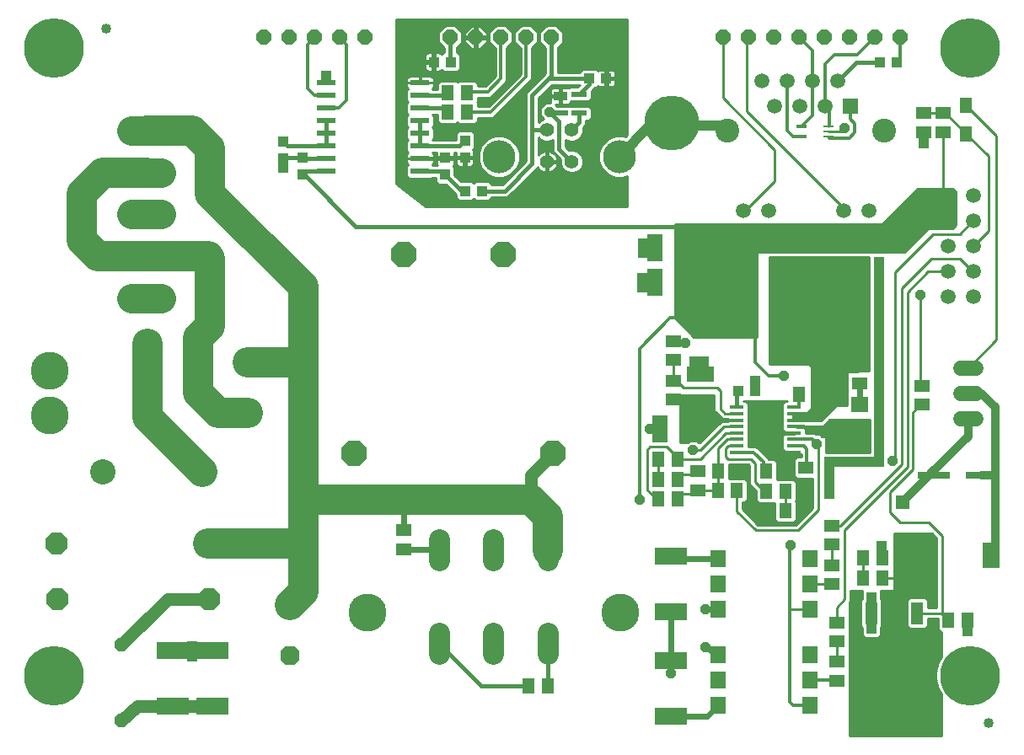
<source format=gtl>
G75*
G70*
%OFA0B0*%
%FSLAX24Y24*%
%IPPOS*%
%LPD*%
%AMOC8*
5,1,8,0,0,1.08239X$1,22.5*
%
%ADD10R,0.0512X0.0591*%
%ADD11R,0.0591X0.0512*%
%ADD12R,0.0433X0.0394*%
%ADD13R,0.0551X0.0551*%
%ADD14R,0.0560X0.0140*%
%ADD15R,0.1180X0.1180*%
%ADD16R,0.1063X0.0630*%
%ADD17R,0.1969X0.2165*%
%ADD18R,0.0630X0.1063*%
%ADD19OC8,0.0885*%
%ADD20R,0.0710X0.0630*%
%ADD21C,0.0825*%
%ADD22R,0.1260X0.0709*%
%ADD23OC8,0.0560*%
%ADD24OC8,0.0760*%
%ADD25C,0.1502*%
%ADD26R,0.0598X0.0701*%
%ADD27C,0.1000*%
%ADD28R,0.0709X0.0984*%
%ADD29C,0.0594*%
%ADD30C,0.0594*%
%ADD31R,0.0480X0.0880*%
%ADD32R,0.1417X0.0866*%
%ADD33C,0.0560*%
%ADD34C,0.1306*%
%ADD35OC8,0.0594*%
%ADD36R,0.0594X0.0594*%
%ADD37C,0.0945*%
%ADD38R,0.0394X0.0433*%
%ADD39R,0.1280X0.0300*%
%ADD40R,0.0440X0.0100*%
%ADD41R,0.0440X0.0120*%
%ADD42R,0.0520X0.0370*%
%ADD43R,0.0620X0.0220*%
%ADD44OC8,0.0600*%
%ADD45R,0.0780X0.0220*%
%ADD46R,0.0472X0.0591*%
%ADD47C,0.0400*%
%ADD48OC8,0.1000*%
%ADD49C,0.1181*%
%ADD50R,0.0396X0.0396*%
%ADD51C,0.0120*%
%ADD52OC8,0.0396*%
%ADD53C,0.0100*%
%ADD54C,0.0160*%
%ADD55C,0.0400*%
%ADD56C,0.0140*%
%ADD57C,0.0320*%
%ADD58C,0.2362*%
%ADD59C,0.1200*%
%ADD60C,0.1500*%
%ADD61C,0.2165*%
%ADD62C,0.0240*%
%ADD63C,0.0500*%
D10*
X052794Y007200D03*
X053542Y007200D03*
X066019Y011475D03*
X066767Y011475D03*
X066767Y012250D03*
X066019Y012250D03*
X062942Y014125D03*
X062194Y014125D03*
X062194Y014900D03*
X062942Y014900D03*
X062942Y015700D03*
X062194Y015700D03*
X061017Y015700D03*
X060269Y015700D03*
X060269Y014925D03*
X061017Y014925D03*
X058667Y014600D03*
X057919Y014600D03*
X057919Y015375D03*
X058667Y015375D03*
X058667Y016150D03*
X057919Y016150D03*
X063469Y018725D03*
X064217Y018725D03*
X069394Y009800D03*
X070142Y009800D03*
X050342Y029900D03*
X049594Y029900D03*
X049594Y030675D03*
X050342Y030675D03*
D11*
X068418Y029849D03*
X069193Y029849D03*
X069193Y029101D03*
X068418Y029101D03*
X058518Y020824D03*
X058518Y020076D03*
X058518Y019274D03*
X058518Y018526D03*
X063743Y015824D03*
X063743Y015076D03*
X064768Y013524D03*
X064768Y012776D03*
X064768Y011974D03*
X064768Y011226D03*
X064968Y009699D03*
X064968Y008951D03*
X064968Y008149D03*
X064968Y007401D03*
X047843Y012601D03*
X047843Y013349D03*
X059468Y014936D03*
X059468Y015684D03*
X068343Y018326D03*
X068343Y019074D03*
X065893Y019151D03*
X065893Y019899D03*
D12*
X061753Y018875D03*
X061084Y018875D03*
X055853Y031225D03*
X055184Y031225D03*
D13*
X065018Y018773D03*
X065018Y017277D03*
X067568Y014448D03*
X067568Y012952D03*
D14*
X063263Y016425D03*
X063263Y016685D03*
X063263Y016945D03*
X063263Y017195D03*
X063263Y017455D03*
X063263Y017705D03*
X063263Y017965D03*
X063263Y018225D03*
X061023Y018225D03*
X061023Y017965D03*
X061023Y017705D03*
X061023Y017455D03*
X061023Y017195D03*
X061023Y016945D03*
X061023Y016685D03*
X061023Y016425D03*
D15*
X062143Y017325D03*
D16*
X059593Y018424D03*
X059593Y019526D03*
D17*
X060895Y022050D03*
X064241Y022050D03*
D18*
X058894Y023150D03*
X057792Y023150D03*
X057792Y024525D03*
X058894Y024525D03*
X059094Y017375D03*
X057992Y017375D03*
D19*
X040128Y012820D03*
X040153Y010640D03*
X034153Y010640D03*
X034128Y012820D03*
D20*
X065893Y017215D03*
X065893Y018335D03*
D21*
X053543Y012988D02*
X053543Y012163D01*
X051393Y012163D02*
X051393Y012988D01*
X049243Y012988D02*
X049243Y012163D01*
X049243Y009288D02*
X049243Y008463D01*
X051393Y008463D02*
X051393Y009288D01*
X053543Y009288D02*
X053543Y008463D01*
D22*
X058418Y008202D03*
X058418Y010123D03*
X058418Y012327D03*
X058418Y005998D03*
X040268Y006398D03*
X038718Y006398D03*
X038718Y008602D03*
X040268Y008602D03*
D23*
X036693Y008825D03*
X036693Y005825D03*
D24*
X043343Y008400D03*
X043343Y010400D03*
D25*
X046418Y010100D03*
X056418Y010100D03*
D26*
X060264Y010225D03*
X060264Y011225D03*
X060264Y012225D03*
X063922Y012225D03*
X063922Y011225D03*
X063922Y010225D03*
X063922Y008425D03*
X063922Y007425D03*
X063922Y006425D03*
X060264Y006425D03*
X060264Y007425D03*
X060264Y008425D03*
D27*
X039893Y015665D03*
X035956Y015665D03*
X041662Y018001D03*
X037725Y018749D03*
X041662Y019976D03*
X037725Y020724D03*
D28*
X068360Y012350D03*
X071076Y012350D03*
D29*
X070465Y017775D02*
X069871Y017775D01*
X069871Y018775D02*
X070465Y018775D01*
X070465Y019775D02*
X069871Y019775D01*
D30*
X070362Y022588D03*
X069362Y022588D03*
X069362Y023588D03*
X070362Y023588D03*
X070362Y024588D03*
X069362Y024588D03*
X069362Y025588D03*
X070362Y025588D03*
X070362Y026588D03*
X069362Y026588D03*
X066249Y026006D03*
X065249Y026006D03*
X062268Y026006D03*
X061268Y026006D03*
X062509Y030124D03*
X063509Y030124D03*
X064509Y030124D03*
X065009Y031124D03*
X064009Y031124D03*
X063009Y031124D03*
X062009Y031124D03*
D31*
X066333Y010070D03*
X067243Y010070D03*
X068153Y010070D03*
D32*
X067243Y007630D03*
D33*
X054487Y027930D03*
X053502Y027930D03*
X053502Y029190D03*
X054487Y029190D03*
D34*
X056365Y028127D03*
X051624Y028127D03*
D35*
X051693Y032850D03*
X050693Y032850D03*
X049693Y032850D03*
X052693Y032850D03*
X053693Y032850D03*
X060468Y032850D03*
X061468Y032850D03*
X062468Y032850D03*
X063468Y032850D03*
X064468Y032850D03*
X065468Y032850D03*
X066468Y032850D03*
X067468Y032850D03*
X046318Y032850D03*
X045318Y032850D03*
X044318Y032850D03*
X043318Y032850D03*
X042318Y032850D03*
D36*
X065509Y030124D03*
D37*
X066859Y029156D03*
X060658Y029156D03*
D38*
X066684Y031850D03*
X067353Y031850D03*
X050953Y026775D03*
X050284Y026775D03*
X049493Y027415D03*
X049493Y028085D03*
X050268Y028090D03*
X050268Y028760D03*
X043843Y028085D03*
X043843Y027415D03*
X043068Y028065D03*
X043068Y028735D03*
X049034Y031875D03*
X049703Y031875D03*
D39*
X068818Y015525D03*
X070718Y015525D03*
D40*
X064658Y028925D03*
X064658Y029125D03*
X064658Y029325D03*
D41*
X063578Y029325D03*
X063578Y028925D03*
D42*
X054043Y030525D03*
D43*
X054043Y029845D03*
X054793Y029845D03*
X054793Y030605D03*
D44*
X040193Y028100D03*
X040193Y024100D03*
D45*
X044793Y027550D03*
X044793Y028050D03*
X044793Y028550D03*
X044793Y029050D03*
X044793Y029550D03*
X044793Y030050D03*
X044793Y030550D03*
X044793Y031050D03*
X048493Y031050D03*
X048493Y030550D03*
X048493Y030050D03*
X048493Y029550D03*
X048493Y029050D03*
X048493Y028550D03*
X048493Y028050D03*
X048493Y027550D03*
D46*
X070093Y029029D03*
X070093Y030171D03*
D47*
X036093Y033200D03*
X070968Y005725D03*
D48*
X053755Y016388D03*
X045881Y016388D03*
X047850Y024262D03*
X051787Y024262D03*
D49*
X038259Y024189D02*
X037078Y024189D01*
X037078Y022536D02*
X038259Y022536D01*
X038259Y025843D02*
X037078Y025843D01*
X037078Y027496D02*
X038259Y027496D01*
X038259Y029150D02*
X037078Y029150D01*
D50*
X043068Y027700D03*
X044768Y031325D03*
X057318Y024700D03*
X057318Y024325D03*
X057293Y023325D03*
X057293Y022950D03*
X059343Y020025D03*
X059718Y020025D03*
X061743Y019250D03*
X061673Y017925D03*
X062143Y017925D03*
X062613Y017925D03*
X062613Y017400D03*
X062138Y017400D03*
X061663Y017400D03*
X061668Y016875D03*
X062138Y016875D03*
X062613Y016875D03*
X064693Y016050D03*
X066643Y016050D03*
X064693Y014800D03*
X066743Y012725D03*
X066343Y010700D03*
X066343Y009475D03*
X070143Y009350D03*
X066643Y018900D03*
X065668Y020500D03*
X065668Y021100D03*
X065668Y021700D03*
X065668Y022300D03*
X066643Y021700D03*
X065668Y022900D03*
X065668Y023450D03*
X065668Y024000D03*
X066643Y023950D03*
X068418Y028675D03*
X039493Y008750D03*
X039493Y008375D03*
D51*
X039493Y008750D01*
X039346Y008602D01*
X039071Y008602D01*
X039493Y008375D02*
X040041Y008375D01*
X040268Y008602D01*
X057168Y014550D02*
X057168Y020525D01*
X058393Y021750D01*
X058618Y021750D01*
X058643Y022050D02*
X058718Y022050D01*
X060318Y022825D02*
X060868Y022275D01*
X060893Y022300D01*
X060895Y022050D01*
X060893Y022225D02*
X061743Y021375D01*
X061743Y020000D01*
X062293Y019450D01*
X062893Y019450D01*
X061743Y019250D02*
X061753Y018875D01*
X063263Y017705D02*
X063823Y017705D01*
X063683Y016685D02*
X063263Y016685D01*
X063683Y016685D02*
X063793Y016575D01*
X063793Y015849D01*
X063743Y015824D01*
X062093Y015700D02*
X062068Y015725D01*
X062068Y016050D01*
X061693Y016425D01*
X061023Y016425D01*
X063143Y012775D02*
X063118Y012750D01*
X063118Y010225D01*
X063118Y006550D01*
X063243Y006425D01*
X063922Y006425D01*
X063922Y007425D02*
X064944Y007425D01*
X064968Y007401D01*
X060893Y022250D02*
X060868Y022275D01*
X060318Y022825D02*
X060318Y023025D01*
X060293Y023000D01*
X057792Y023150D02*
X057617Y022950D01*
X057293Y022950D01*
X057318Y024325D02*
X057592Y024325D01*
X057792Y024525D01*
X063009Y029160D02*
X063243Y028925D01*
X063578Y028925D01*
X063578Y029325D02*
X064009Y029755D01*
X064009Y031124D01*
X064009Y032310D01*
X063468Y032850D01*
X064509Y031790D02*
X064893Y032175D01*
X065793Y032175D01*
X066468Y032850D01*
X067468Y032850D02*
X067468Y031965D01*
X067353Y031850D01*
X064509Y031790D02*
X064509Y030124D01*
X064668Y029964D01*
X064668Y029375D01*
X064693Y028875D02*
X065468Y028875D01*
X065693Y029100D01*
X065693Y029425D01*
X065509Y029610D01*
X065509Y030124D01*
X063009Y029160D02*
X063009Y031124D01*
X052693Y031300D02*
X052693Y032850D01*
X051693Y032850D02*
X051693Y031225D01*
X051168Y030700D01*
X050367Y030700D01*
X050342Y030675D01*
X050342Y029900D02*
X051293Y029900D01*
X052693Y031300D01*
X045593Y030375D02*
X045593Y032575D01*
X045318Y032850D01*
X044318Y032850D02*
X044043Y032575D01*
X044043Y030825D01*
X044318Y030550D01*
X044793Y030550D01*
X044793Y030050D02*
X045268Y030050D01*
X045593Y030375D01*
D52*
X053623Y029895D03*
X054487Y027931D03*
X065293Y029250D03*
X068268Y022650D03*
X062893Y019450D03*
X058968Y020775D03*
X057568Y017375D03*
X059293Y016525D03*
X057168Y014550D03*
X063143Y012775D03*
X059793Y010225D03*
X059793Y008725D03*
X058418Y007700D03*
X067168Y016100D03*
X064168Y016775D03*
D53*
X064143Y016775D02*
X064243Y016675D01*
X064243Y014150D01*
X063443Y013350D01*
X061768Y013350D01*
X061018Y014100D01*
X061018Y014875D01*
X060993Y014900D01*
X061017Y014900D01*
X061017Y014925D01*
X061443Y014897D02*
X061768Y014897D01*
X061768Y014914D02*
X061768Y014534D01*
X061868Y014435D01*
X062516Y014435D01*
X062516Y013759D01*
X062616Y013660D01*
X063269Y013660D01*
X063368Y013759D01*
X063368Y014491D01*
X063346Y014513D01*
X063368Y014534D01*
X063368Y015266D01*
X063269Y015365D01*
X062620Y015365D01*
X062620Y016066D01*
X062520Y016165D01*
X062278Y016165D01*
X062163Y016280D01*
X061788Y016655D01*
X061473Y016655D01*
X061473Y018365D01*
X061374Y018465D01*
X061268Y018465D01*
X061268Y018475D01*
X063018Y018475D01*
X063018Y018465D01*
X062913Y018465D01*
X062813Y018365D01*
X062813Y017315D01*
X062913Y017215D01*
X063018Y017215D01*
X063018Y017185D01*
X062913Y017185D01*
X062813Y017085D01*
X062813Y016545D01*
X062913Y016445D01*
X063018Y016445D01*
X063018Y016375D01*
X063563Y016375D01*
X063563Y016250D01*
X063377Y016250D01*
X063278Y016150D01*
X063278Y015498D01*
X063377Y015398D01*
X064023Y015398D01*
X064023Y014241D01*
X063352Y013570D01*
X061859Y013570D01*
X061238Y014191D01*
X061238Y014460D01*
X061344Y014460D01*
X061443Y014559D01*
X061443Y015291D01*
X061523Y015291D01*
X061443Y015291D02*
X061344Y015390D01*
X061523Y015390D01*
X061523Y015488D02*
X060695Y015488D01*
X060695Y015390D02*
X060695Y015955D01*
X061477Y015955D01*
X061523Y015909D01*
X061523Y015159D01*
X061652Y015030D01*
X061768Y014914D01*
X061687Y014996D02*
X061443Y014996D01*
X061443Y015094D02*
X061588Y015094D01*
X061523Y015193D02*
X061443Y015193D01*
X061344Y015390D02*
X060695Y015390D01*
X060695Y015587D02*
X061523Y015587D01*
X061523Y015685D02*
X060695Y015685D01*
X060695Y015784D02*
X061523Y015784D01*
X061523Y015882D02*
X060695Y015882D01*
X060693Y016175D02*
X060593Y016275D01*
X060593Y016600D01*
X060678Y016685D01*
X061023Y016685D01*
X061023Y016945D02*
X060638Y016945D01*
X060269Y016576D01*
X060269Y015700D01*
X060269Y014925D01*
X059544Y014925D01*
X059468Y014936D01*
X059332Y014800D01*
X058693Y014800D01*
X058667Y014774D01*
X058667Y014600D01*
X057919Y014600D02*
X057743Y014675D01*
X057468Y014950D01*
X057468Y016525D01*
X057593Y016650D01*
X058243Y016650D01*
X058667Y016226D01*
X058667Y016150D01*
X058717Y016175D01*
X059568Y016175D01*
X060588Y017195D01*
X061023Y017195D01*
X061023Y017450D02*
X061023Y017455D01*
X060498Y017455D01*
X059568Y016525D01*
X059293Y016525D01*
X059073Y016825D02*
X058768Y016825D01*
X058768Y018700D01*
X060118Y018700D01*
X060118Y018025D01*
X060182Y018025D01*
X060277Y017930D01*
X060452Y017755D01*
X060643Y017755D01*
X060673Y017725D01*
X061018Y017725D01*
X061018Y017695D01*
X060673Y017695D01*
X060653Y017675D01*
X060407Y017675D01*
X059557Y016825D01*
X059514Y016825D01*
X059446Y016893D01*
X059141Y016893D01*
X059073Y016825D01*
X059115Y016867D02*
X058768Y016867D01*
X058768Y016966D02*
X059698Y016966D01*
X059796Y017064D02*
X058768Y017064D01*
X058768Y017163D02*
X059895Y017163D01*
X059993Y017261D02*
X058768Y017261D01*
X058768Y017360D02*
X060092Y017360D01*
X060190Y017458D02*
X058768Y017458D01*
X058768Y017557D02*
X060289Y017557D01*
X060387Y017655D02*
X058768Y017655D01*
X058768Y017754D02*
X060644Y017754D01*
X060543Y017975D02*
X060368Y018150D01*
X060368Y018875D01*
X060243Y019000D01*
X058918Y019000D01*
X058644Y019274D01*
X058518Y019274D01*
X058518Y020076D01*
X059718Y020025D02*
X059718Y019651D01*
X059593Y019526D01*
X060118Y018640D02*
X058768Y018640D01*
X058768Y018542D02*
X060118Y018542D01*
X060118Y018443D02*
X058768Y018443D01*
X058768Y018345D02*
X060118Y018345D01*
X060118Y018246D02*
X058768Y018246D01*
X058768Y018148D02*
X060118Y018148D01*
X060118Y018049D02*
X058768Y018049D01*
X058768Y017951D02*
X060257Y017951D01*
X060355Y017852D02*
X058768Y017852D01*
X060543Y017975D02*
X061023Y017975D01*
X061043Y017975D01*
X061023Y017975D02*
X061023Y017965D01*
X061473Y017951D02*
X062813Y017951D01*
X062813Y018049D02*
X061473Y018049D01*
X061473Y018148D02*
X062813Y018148D01*
X062813Y018246D02*
X061473Y018246D01*
X061473Y018345D02*
X062813Y018345D01*
X062891Y018443D02*
X061396Y018443D01*
X061473Y017852D02*
X062813Y017852D01*
X062813Y017754D02*
X061473Y017754D01*
X061473Y017655D02*
X062813Y017655D01*
X062813Y017557D02*
X061473Y017557D01*
X061473Y017458D02*
X062813Y017458D01*
X062813Y017360D02*
X061473Y017360D01*
X061473Y017261D02*
X062867Y017261D01*
X062890Y017163D02*
X061473Y017163D01*
X061473Y017064D02*
X062813Y017064D01*
X062813Y016966D02*
X061473Y016966D01*
X061473Y016867D02*
X062813Y016867D01*
X062813Y016769D02*
X061473Y016769D01*
X061473Y016670D02*
X062813Y016670D01*
X062813Y016572D02*
X061872Y016572D01*
X061970Y016473D02*
X062885Y016473D01*
X062607Y016079D02*
X063278Y016079D01*
X063278Y015981D02*
X062620Y015981D01*
X062620Y015882D02*
X063278Y015882D01*
X063278Y015784D02*
X062620Y015784D01*
X062620Y015685D02*
X063278Y015685D01*
X063278Y015587D02*
X062620Y015587D01*
X062620Y015488D02*
X063288Y015488D01*
X063343Y015291D02*
X064023Y015291D01*
X064023Y015193D02*
X063368Y015193D01*
X063368Y015094D02*
X064023Y015094D01*
X064023Y014996D02*
X063368Y014996D01*
X063368Y014897D02*
X064023Y014897D01*
X064023Y014799D02*
X063368Y014799D01*
X063368Y014700D02*
X064023Y014700D01*
X064023Y014602D02*
X063368Y014602D01*
X063356Y014503D02*
X064023Y014503D01*
X064023Y014405D02*
X063368Y014405D01*
X063368Y014306D02*
X064023Y014306D01*
X063990Y014208D02*
X063368Y014208D01*
X063368Y014109D02*
X063891Y014109D01*
X063793Y014011D02*
X063368Y014011D01*
X063368Y013912D02*
X063694Y013912D01*
X063596Y013814D02*
X063368Y013814D01*
X063324Y013715D02*
X063497Y013715D01*
X063399Y013617D02*
X061813Y013617D01*
X061714Y013715D02*
X062561Y013715D01*
X062516Y013814D02*
X061616Y013814D01*
X061517Y013912D02*
X062516Y013912D01*
X062516Y014011D02*
X061419Y014011D01*
X061320Y014109D02*
X062516Y014109D01*
X062516Y014208D02*
X061238Y014208D01*
X061238Y014306D02*
X062516Y014306D01*
X062516Y014405D02*
X061238Y014405D01*
X061387Y014503D02*
X061800Y014503D01*
X061768Y014602D02*
X061443Y014602D01*
X061443Y014700D02*
X061768Y014700D01*
X061768Y014799D02*
X061443Y014799D01*
X061743Y015250D02*
X061743Y016000D01*
X061568Y016175D01*
X060693Y016175D01*
X059599Y016867D02*
X059472Y016867D01*
X057919Y016150D02*
X057919Y015375D01*
X058667Y015375D02*
X058667Y015574D01*
X058668Y015575D01*
X059359Y015575D01*
X059468Y015684D01*
X059468Y014936D02*
X059492Y014925D01*
X061743Y015250D02*
X062068Y014925D01*
X062194Y014900D01*
X062620Y015390D02*
X064023Y015390D01*
X062942Y014900D02*
X062942Y014125D01*
X064768Y013524D02*
X065117Y013524D01*
X067543Y015950D01*
X067543Y022925D01*
X068718Y024100D01*
X069843Y024100D01*
X070356Y023588D01*
X070362Y023588D01*
X069362Y023588D02*
X068581Y023588D01*
X067768Y022775D01*
X067768Y015850D01*
X065293Y013375D01*
X065293Y010625D01*
X064968Y010300D01*
X064968Y009699D01*
X065493Y009677D02*
X065923Y009677D01*
X065923Y009775D02*
X065493Y009775D01*
X065493Y009874D02*
X065923Y009874D01*
X065923Y009972D02*
X065493Y009972D01*
X065493Y010071D02*
X065923Y010071D01*
X065923Y010169D02*
X065493Y010169D01*
X065493Y010268D02*
X065923Y010268D01*
X065923Y010366D02*
X065493Y010366D01*
X065493Y010465D02*
X065923Y010465D01*
X065923Y010563D02*
X065513Y010563D01*
X065513Y010534D02*
X065513Y010975D01*
X065982Y010975D01*
X065975Y010969D01*
X065975Y010632D01*
X065923Y010580D01*
X065923Y009560D01*
X065975Y009508D01*
X065975Y009206D01*
X066075Y009107D01*
X066612Y009107D01*
X066711Y009206D01*
X066711Y009528D01*
X066743Y009560D01*
X066743Y010580D01*
X066711Y010612D01*
X066711Y010969D01*
X066705Y010975D01*
X067243Y010975D01*
X067243Y013225D01*
X068732Y013225D01*
X068923Y013034D01*
X068923Y010290D01*
X068563Y010290D01*
X068563Y010580D01*
X068463Y010680D01*
X067843Y010680D01*
X067743Y010580D01*
X067743Y009560D01*
X067843Y009460D01*
X068463Y009460D01*
X068563Y009560D01*
X068563Y009850D01*
X068968Y009850D01*
X068968Y009434D01*
X069068Y009335D01*
X069118Y009335D01*
X069118Y008358D01*
X068985Y008127D01*
X068893Y007784D01*
X068893Y007428D01*
X068985Y007084D01*
X069118Y006854D01*
X069118Y005220D01*
X065493Y005220D01*
X065493Y010514D01*
X065513Y010534D01*
X065513Y010662D02*
X065975Y010662D01*
X065975Y010760D02*
X065513Y010760D01*
X065513Y010859D02*
X065975Y010859D01*
X065975Y010957D02*
X065513Y010957D01*
X066019Y011475D02*
X066019Y012250D01*
X066743Y012276D02*
X066767Y012250D01*
X066743Y012276D02*
X066743Y012725D01*
X067243Y012730D02*
X068923Y012730D01*
X068923Y012632D02*
X067243Y012632D01*
X067243Y012533D02*
X068923Y012533D01*
X068923Y012435D02*
X067243Y012435D01*
X067243Y012336D02*
X068923Y012336D01*
X068923Y012238D02*
X067243Y012238D01*
X067243Y012139D02*
X068923Y012139D01*
X068923Y012041D02*
X067243Y012041D01*
X067243Y011942D02*
X068923Y011942D01*
X068923Y011844D02*
X067243Y011844D01*
X067243Y011745D02*
X068923Y011745D01*
X068923Y011647D02*
X067243Y011647D01*
X067243Y011548D02*
X068923Y011548D01*
X068923Y011450D02*
X067243Y011450D01*
X067243Y011351D02*
X068923Y011351D01*
X068923Y011253D02*
X067243Y011253D01*
X067243Y011154D02*
X068923Y011154D01*
X068923Y011056D02*
X067243Y011056D01*
X067568Y011475D02*
X066767Y011475D01*
X066711Y010957D02*
X068923Y010957D01*
X068923Y010859D02*
X066711Y010859D01*
X066711Y010760D02*
X068923Y010760D01*
X068923Y010662D02*
X068482Y010662D01*
X068563Y010563D02*
X068923Y010563D01*
X068923Y010465D02*
X068563Y010465D01*
X068563Y010366D02*
X068923Y010366D01*
X069143Y010089D02*
X069124Y010070D01*
X069394Y009800D01*
X069124Y010070D02*
X068153Y010070D01*
X067743Y010071D02*
X066743Y010071D01*
X066743Y010169D02*
X067743Y010169D01*
X067743Y010268D02*
X066743Y010268D01*
X066743Y010366D02*
X067743Y010366D01*
X067743Y010465D02*
X066743Y010465D01*
X066743Y010563D02*
X067743Y010563D01*
X067824Y010662D02*
X066711Y010662D01*
X066743Y009972D02*
X067743Y009972D01*
X067743Y009874D02*
X066743Y009874D01*
X066743Y009775D02*
X067743Y009775D01*
X067743Y009677D02*
X066743Y009677D01*
X066743Y009578D02*
X067743Y009578D01*
X067823Y009480D02*
X066711Y009480D01*
X066711Y009381D02*
X069022Y009381D01*
X068968Y009480D02*
X068483Y009480D01*
X068563Y009578D02*
X068968Y009578D01*
X068968Y009677D02*
X068563Y009677D01*
X068563Y009775D02*
X068968Y009775D01*
X069143Y010089D02*
X069143Y013125D01*
X068618Y013650D01*
X067493Y013650D01*
X067093Y014050D01*
X067093Y014850D01*
X067993Y015750D01*
X067993Y018025D01*
X068043Y018075D01*
X068043Y018076D01*
X068343Y018326D01*
X068343Y019074D02*
X068268Y019349D01*
X068268Y022650D01*
X067268Y023575D02*
X068768Y025075D01*
X069843Y025075D01*
X070356Y025588D01*
X070362Y025588D01*
X069668Y025634D02*
X066927Y025634D01*
X067025Y025732D02*
X069668Y025732D01*
X069668Y025831D02*
X067124Y025831D01*
X067222Y025929D02*
X069668Y025929D01*
X069668Y026028D02*
X067321Y026028D01*
X067419Y026126D02*
X069668Y026126D01*
X069668Y026225D02*
X067518Y026225D01*
X067616Y026323D02*
X069668Y026323D01*
X069668Y026422D02*
X067715Y026422D01*
X067813Y026520D02*
X069668Y026520D01*
X069668Y026619D02*
X067912Y026619D01*
X068010Y026717D02*
X069668Y026717D01*
X069668Y026750D02*
X069668Y025425D01*
X069543Y025300D01*
X068568Y025300D01*
X067643Y024375D01*
X061818Y024375D01*
X061818Y021000D01*
X059318Y021000D01*
X058568Y021750D01*
X058568Y025475D01*
X066768Y025475D01*
X068168Y026875D01*
X069543Y026875D01*
X069668Y026750D01*
X069603Y026816D02*
X068109Y026816D01*
X069193Y026757D02*
X069362Y026588D01*
X069326Y026551D01*
X069193Y026757D02*
X069193Y029101D01*
X069273Y029849D02*
X070093Y029029D01*
X070968Y028154D01*
X070968Y025193D01*
X070362Y024588D01*
X068508Y025240D02*
X058568Y025240D01*
X058568Y025338D02*
X069581Y025338D01*
X069668Y025437D02*
X058568Y025437D01*
X058568Y025141D02*
X068409Y025141D01*
X068311Y025043D02*
X058568Y025043D01*
X058568Y024944D02*
X068212Y024944D01*
X068114Y024846D02*
X058568Y024846D01*
X058568Y024747D02*
X068015Y024747D01*
X067917Y024649D02*
X058568Y024649D01*
X058568Y024550D02*
X067818Y024550D01*
X067720Y024452D02*
X058568Y024452D01*
X058568Y024353D02*
X061818Y024353D01*
X061818Y024255D02*
X058568Y024255D01*
X058568Y024156D02*
X061818Y024156D01*
X061818Y024058D02*
X058568Y024058D01*
X058568Y023959D02*
X061818Y023959D01*
X061818Y023861D02*
X058568Y023861D01*
X058568Y023762D02*
X061818Y023762D01*
X061818Y023664D02*
X058568Y023664D01*
X058568Y023565D02*
X061818Y023565D01*
X061818Y023467D02*
X058568Y023467D01*
X058568Y023368D02*
X061818Y023368D01*
X061818Y023270D02*
X058568Y023270D01*
X058568Y023171D02*
X061818Y023171D01*
X061818Y023073D02*
X058568Y023073D01*
X058568Y022974D02*
X061818Y022974D01*
X061818Y022876D02*
X058568Y022876D01*
X058568Y022777D02*
X061818Y022777D01*
X061818Y022679D02*
X058568Y022679D01*
X058568Y022580D02*
X061818Y022580D01*
X061818Y022482D02*
X058568Y022482D01*
X058568Y022383D02*
X061818Y022383D01*
X061818Y022285D02*
X058568Y022285D01*
X058568Y022186D02*
X061818Y022186D01*
X061818Y022088D02*
X058568Y022088D01*
X058568Y021989D02*
X061818Y021989D01*
X061818Y021891D02*
X058568Y021891D01*
X058568Y021792D02*
X061818Y021792D01*
X061818Y021694D02*
X058625Y021694D01*
X058723Y021595D02*
X061818Y021595D01*
X061818Y021497D02*
X058822Y021497D01*
X058920Y021398D02*
X061818Y021398D01*
X061818Y021300D02*
X059019Y021300D01*
X059117Y021201D02*
X061818Y021201D01*
X061818Y021103D02*
X059216Y021103D01*
X059314Y021004D02*
X061818Y021004D01*
X062318Y021004D02*
X066243Y021004D01*
X066243Y020906D02*
X062318Y020906D01*
X062318Y020807D02*
X066243Y020807D01*
X066243Y020709D02*
X062318Y020709D01*
X062318Y020610D02*
X066243Y020610D01*
X066243Y020512D02*
X062318Y020512D01*
X062318Y020413D02*
X066243Y020413D01*
X066243Y020315D02*
X062318Y020315D01*
X062318Y020216D02*
X066243Y020216D01*
X066243Y020118D02*
X062318Y020118D01*
X062318Y020019D02*
X066243Y020019D01*
X066243Y019921D02*
X063873Y019921D01*
X063868Y019925D02*
X062318Y019925D01*
X062318Y024155D01*
X066243Y024155D01*
X066243Y019650D01*
X065368Y019625D01*
X065368Y018300D01*
X064943Y018300D01*
X064343Y017700D01*
X063818Y017700D01*
X063793Y017725D01*
X063238Y017725D01*
X063238Y017975D01*
X063793Y017975D01*
X063993Y018175D01*
X063993Y019800D01*
X063868Y019925D01*
X063971Y019822D02*
X066243Y019822D01*
X066243Y019724D02*
X063993Y019724D01*
X063993Y019625D02*
X065369Y019625D01*
X065368Y019527D02*
X063993Y019527D01*
X063993Y019428D02*
X065368Y019428D01*
X065368Y019330D02*
X063993Y019330D01*
X063993Y019231D02*
X065368Y019231D01*
X065368Y019133D02*
X063993Y019133D01*
X063993Y019034D02*
X065368Y019034D01*
X065368Y018936D02*
X063993Y018936D01*
X063993Y018837D02*
X065368Y018837D01*
X065368Y018739D02*
X063993Y018739D01*
X063993Y018640D02*
X065368Y018640D01*
X065368Y018542D02*
X063993Y018542D01*
X063993Y018443D02*
X065368Y018443D01*
X065368Y018345D02*
X063993Y018345D01*
X063993Y018246D02*
X064889Y018246D01*
X064791Y018148D02*
X063966Y018148D01*
X063867Y018049D02*
X064692Y018049D01*
X064594Y017951D02*
X063238Y017951D01*
X063238Y017852D02*
X064495Y017852D01*
X064397Y017754D02*
X063238Y017754D01*
X063368Y017465D02*
X063614Y017465D01*
X063624Y017475D01*
X064443Y017475D01*
X064693Y017725D01*
X066268Y017725D01*
X066268Y016425D01*
X064543Y016425D01*
X064543Y017075D01*
X064389Y017075D01*
X064321Y017143D01*
X064139Y017143D01*
X064134Y017148D01*
X064046Y017185D01*
X063743Y017185D01*
X063743Y017375D01*
X063693Y017425D01*
X063624Y017425D01*
X063614Y017435D01*
X063368Y017435D01*
X063368Y017465D01*
X063368Y017458D02*
X066268Y017458D01*
X066268Y017360D02*
X063743Y017360D01*
X063743Y017261D02*
X066268Y017261D01*
X066268Y017163D02*
X064100Y017163D01*
X064543Y017064D02*
X066268Y017064D01*
X066268Y016966D02*
X064543Y016966D01*
X064543Y016867D02*
X066268Y016867D01*
X066268Y016769D02*
X064543Y016769D01*
X064543Y016670D02*
X066268Y016670D01*
X066268Y016572D02*
X064543Y016572D01*
X064543Y016473D02*
X066268Y016473D01*
X067168Y016100D02*
X067268Y016200D01*
X067268Y023575D01*
X066243Y023565D02*
X062318Y023565D01*
X062318Y023467D02*
X066243Y023467D01*
X066243Y023368D02*
X062318Y023368D01*
X062318Y023270D02*
X066243Y023270D01*
X066243Y023171D02*
X062318Y023171D01*
X062318Y023073D02*
X066243Y023073D01*
X066243Y022974D02*
X062318Y022974D01*
X062318Y022876D02*
X066243Y022876D01*
X066243Y022777D02*
X062318Y022777D01*
X062318Y022679D02*
X066243Y022679D01*
X066243Y022580D02*
X062318Y022580D01*
X062318Y022482D02*
X066243Y022482D01*
X066243Y022383D02*
X062318Y022383D01*
X062318Y022285D02*
X066243Y022285D01*
X066243Y022186D02*
X062318Y022186D01*
X062318Y022088D02*
X066243Y022088D01*
X066243Y021989D02*
X062318Y021989D01*
X062318Y021891D02*
X066243Y021891D01*
X066243Y021792D02*
X062318Y021792D01*
X062318Y021694D02*
X066243Y021694D01*
X066243Y021595D02*
X062318Y021595D01*
X062318Y021497D02*
X066243Y021497D01*
X066243Y021398D02*
X062318Y021398D01*
X062318Y021300D02*
X066243Y021300D01*
X066243Y021201D02*
X062318Y021201D01*
X062318Y021103D02*
X066243Y021103D01*
X070168Y019775D02*
X071293Y020900D01*
X071293Y028971D01*
X070093Y030171D01*
X069273Y029849D02*
X069193Y029849D01*
X068418Y029849D01*
X068347Y029920D01*
X068418Y029101D02*
X068418Y028675D01*
X065293Y029250D02*
X065218Y029125D01*
X064658Y029125D01*
X064658Y029325D02*
X064658Y029365D01*
X064668Y029375D01*
X064658Y028925D02*
X064658Y028910D01*
X064693Y028875D01*
X062518Y028400D02*
X062518Y027175D01*
X061349Y026006D01*
X061268Y026006D01*
X061418Y029925D02*
X065249Y026094D01*
X065249Y026006D01*
X066828Y025535D02*
X069668Y025535D01*
X066243Y024058D02*
X062318Y024058D01*
X062318Y023959D02*
X066243Y023959D01*
X066243Y023861D02*
X062318Y023861D01*
X062318Y023762D02*
X066243Y023762D01*
X066243Y023664D02*
X062318Y023664D01*
X056693Y026150D02*
X048718Y026150D01*
X047543Y027075D01*
X047543Y033575D01*
X056693Y033575D01*
X056693Y028979D01*
X056624Y028910D01*
X056528Y028950D01*
X056201Y028950D01*
X055899Y028824D01*
X055667Y028593D01*
X055542Y028290D01*
X055542Y027963D01*
X055667Y027661D01*
X055899Y027429D01*
X056201Y027304D01*
X056528Y027304D01*
X056693Y027372D01*
X056693Y026150D01*
X056693Y026225D02*
X048623Y026225D01*
X048498Y026323D02*
X056693Y026323D01*
X056693Y026422D02*
X051253Y026422D01*
X051220Y026388D02*
X051320Y026488D01*
X051320Y026525D01*
X051893Y026525D01*
X051985Y026563D01*
X052055Y026633D01*
X052055Y026633D01*
X053130Y027708D01*
X053131Y027711D01*
X053135Y027705D01*
X053174Y027650D01*
X053222Y027602D01*
X053277Y027562D01*
X053337Y027531D01*
X053402Y027511D01*
X053464Y027501D01*
X053464Y027891D01*
X053541Y027891D01*
X053541Y027501D01*
X053603Y027511D01*
X053667Y027531D01*
X053728Y027562D01*
X053783Y027602D01*
X053830Y027650D01*
X053870Y027705D01*
X053901Y027765D01*
X053922Y027829D01*
X053932Y027891D01*
X053541Y027891D01*
X053541Y027969D01*
X053464Y027969D01*
X053464Y028359D01*
X053402Y028349D01*
X053337Y028328D01*
X053277Y028298D01*
X053222Y028258D01*
X053174Y028210D01*
X053168Y028201D01*
X053168Y028888D01*
X053248Y028808D01*
X053413Y028740D01*
X053592Y028740D01*
X053743Y028802D01*
X053743Y028375D01*
X053781Y028283D01*
X053852Y028213D01*
X054039Y028025D01*
X054037Y028019D01*
X054037Y027840D01*
X054105Y027675D01*
X054232Y027548D01*
X054397Y027480D01*
X054576Y027480D01*
X054742Y027548D01*
X054868Y027675D01*
X054937Y027840D01*
X054937Y028019D01*
X054868Y028185D01*
X054742Y028311D01*
X054576Y028380D01*
X054397Y028380D01*
X054393Y028378D01*
X054243Y028529D01*
X054243Y028804D01*
X054397Y028740D01*
X054576Y028740D01*
X054742Y028808D01*
X054868Y028935D01*
X054937Y029100D01*
X054937Y029279D01*
X054935Y029284D01*
X055005Y029355D01*
X055043Y029447D01*
X055043Y029565D01*
X055174Y029565D01*
X055273Y029665D01*
X055273Y030025D01*
X055174Y030125D01*
X053914Y030125D01*
X053849Y030190D01*
X054001Y030190D01*
X054001Y030482D01*
X054086Y030482D01*
X054086Y030190D01*
X054323Y030190D01*
X054361Y030200D01*
X054395Y030220D01*
X054423Y030248D01*
X054443Y030282D01*
X054453Y030320D01*
X054453Y030325D01*
X055174Y030325D01*
X055273Y030425D01*
X055273Y030731D01*
X055395Y030854D01*
X055397Y030858D01*
X055470Y030858D01*
X055532Y030920D01*
X055544Y030908D01*
X055578Y030888D01*
X055617Y030878D01*
X055804Y030878D01*
X055804Y031177D01*
X055901Y031177D01*
X055901Y031273D01*
X056219Y031273D01*
X056219Y031442D01*
X056209Y031480D01*
X056189Y031514D01*
X056161Y031542D01*
X056127Y031562D01*
X056089Y031572D01*
X055901Y031572D01*
X055901Y031273D01*
X055804Y031273D01*
X055804Y031572D01*
X055617Y031572D01*
X055578Y031562D01*
X055544Y031542D01*
X055532Y031530D01*
X055470Y031592D01*
X054897Y031592D01*
X054797Y031492D01*
X054797Y031475D01*
X053943Y031475D01*
X053943Y032440D01*
X054160Y032657D01*
X054160Y033043D01*
X053887Y033317D01*
X056693Y033317D01*
X056693Y033415D02*
X047543Y033415D01*
X047543Y033317D02*
X049500Y033317D01*
X049226Y033043D01*
X049226Y032657D01*
X049443Y032440D01*
X049443Y032262D01*
X049436Y032262D01*
X049353Y032179D01*
X049350Y032184D01*
X049322Y032212D01*
X049288Y032231D01*
X049250Y032242D01*
X049082Y032242D01*
X049082Y031923D01*
X048985Y031923D01*
X048985Y031827D01*
X048687Y031827D01*
X048687Y031639D01*
X048697Y031601D01*
X048717Y031566D01*
X048745Y031538D01*
X048779Y031519D01*
X048817Y031508D01*
X048985Y031508D01*
X048985Y031827D01*
X049082Y031827D01*
X049082Y031508D01*
X049250Y031508D01*
X049288Y031519D01*
X049322Y031538D01*
X049350Y031566D01*
X049353Y031571D01*
X049436Y031488D01*
X049970Y031488D01*
X050070Y031588D01*
X050070Y032162D01*
X049970Y032262D01*
X049943Y032262D01*
X049943Y032440D01*
X050160Y032657D01*
X050160Y033043D01*
X049887Y033317D01*
X051500Y033317D01*
X051226Y033043D01*
X051226Y032657D01*
X051463Y032420D01*
X051463Y031320D01*
X051073Y030930D01*
X050768Y030930D01*
X050768Y031041D01*
X050669Y031140D01*
X050016Y031140D01*
X049968Y031093D01*
X049920Y031140D01*
X049268Y031140D01*
X049168Y031041D01*
X049168Y030800D01*
X048984Y030800D01*
X048968Y030816D01*
X048975Y030820D01*
X049003Y030848D01*
X049023Y030882D01*
X049033Y030920D01*
X049033Y031045D01*
X048498Y031045D01*
X048498Y031055D01*
X048488Y031055D01*
X048488Y031045D01*
X047953Y031045D01*
X047953Y030920D01*
X047963Y030882D01*
X047983Y030848D01*
X048011Y030820D01*
X048018Y030816D01*
X047933Y030730D01*
X047933Y030370D01*
X048003Y030300D01*
X047933Y030230D01*
X047933Y029870D01*
X048003Y029800D01*
X047933Y029730D01*
X047933Y029370D01*
X048003Y029300D01*
X047933Y029230D01*
X047933Y028870D01*
X048003Y028800D01*
X047933Y028730D01*
X047933Y028370D01*
X048018Y028284D01*
X048011Y028280D01*
X047983Y028252D01*
X047963Y028218D01*
X047953Y028180D01*
X047953Y028055D01*
X048488Y028055D01*
X048488Y028045D01*
X047953Y028045D01*
X047953Y027920D01*
X047963Y027882D01*
X047983Y027848D01*
X048011Y027820D01*
X048018Y027816D01*
X047933Y027730D01*
X047933Y027370D01*
X048033Y027270D01*
X048954Y027270D01*
X048984Y027300D01*
X049126Y027300D01*
X049126Y027128D01*
X049226Y027029D01*
X049526Y027029D01*
X049917Y026638D01*
X049917Y026488D01*
X050016Y026388D01*
X050551Y026388D01*
X050618Y026456D01*
X050686Y026388D01*
X051220Y026388D01*
X051320Y026520D02*
X056693Y026520D01*
X056693Y026619D02*
X052040Y026619D01*
X052139Y026717D02*
X056693Y026717D01*
X056693Y026816D02*
X052237Y026816D01*
X052336Y026914D02*
X056693Y026914D01*
X056693Y027013D02*
X052434Y027013D01*
X052533Y027111D02*
X056693Y027111D01*
X056693Y027210D02*
X052631Y027210D01*
X052730Y027308D02*
X056191Y027308D01*
X055953Y027407D02*
X052828Y027407D01*
X052927Y027505D02*
X053436Y027505D01*
X053464Y027505D02*
X053541Y027505D01*
X053569Y027505D02*
X054336Y027505D01*
X054177Y027604D02*
X053784Y027604D01*
X053868Y027702D02*
X054094Y027702D01*
X054053Y027801D02*
X053913Y027801D01*
X054037Y027899D02*
X053541Y027899D01*
X053541Y027969D02*
X053932Y027969D01*
X053922Y028031D01*
X053901Y028095D01*
X053870Y028155D01*
X053830Y028210D01*
X053783Y028258D01*
X053728Y028298D01*
X053667Y028328D01*
X053603Y028349D01*
X053541Y028359D01*
X053541Y027969D01*
X053541Y027998D02*
X053464Y027998D01*
X053464Y028096D02*
X053541Y028096D01*
X053541Y028195D02*
X053464Y028195D01*
X053464Y028293D02*
X053541Y028293D01*
X053734Y028293D02*
X053777Y028293D01*
X053743Y028392D02*
X053168Y028392D01*
X053168Y028490D02*
X053743Y028490D01*
X053743Y028589D02*
X053168Y028589D01*
X053168Y028687D02*
X053743Y028687D01*
X053743Y028786D02*
X053702Y028786D01*
X053302Y028786D02*
X053168Y028786D01*
X053168Y028884D02*
X053172Y028884D01*
X052668Y028884D02*
X051946Y028884D01*
X052091Y028824D02*
X051788Y028950D01*
X051461Y028950D01*
X051158Y028824D01*
X050927Y028593D01*
X050802Y028290D01*
X050802Y027963D01*
X050927Y027661D01*
X051158Y027429D01*
X051461Y027304D01*
X051788Y027304D01*
X052091Y027429D01*
X052322Y027661D01*
X052447Y027963D01*
X052447Y028290D01*
X052322Y028593D01*
X052091Y028824D01*
X052129Y028786D02*
X052668Y028786D01*
X052668Y028687D02*
X052228Y028687D01*
X052324Y028589D02*
X052668Y028589D01*
X052668Y028490D02*
X052365Y028490D01*
X052405Y028392D02*
X052668Y028392D01*
X052668Y028293D02*
X052446Y028293D01*
X052447Y028195D02*
X052668Y028195D01*
X052668Y028096D02*
X052447Y028096D01*
X052447Y027998D02*
X052668Y027998D01*
X052668Y027954D02*
X051740Y027025D01*
X051320Y027025D01*
X051320Y027062D01*
X051220Y027162D01*
X050686Y027162D01*
X050618Y027094D01*
X050551Y027162D01*
X050101Y027162D01*
X049860Y027402D01*
X049860Y027702D01*
X050910Y027702D01*
X050869Y027801D02*
X050596Y027801D01*
X050605Y027816D02*
X050615Y027854D01*
X050615Y028042D01*
X050317Y028042D01*
X050317Y028139D01*
X050615Y028139D01*
X050615Y028327D01*
X050605Y028365D01*
X050585Y028399D01*
X050573Y028411D01*
X050635Y028473D01*
X050635Y029047D01*
X050535Y029146D01*
X050001Y029146D01*
X049901Y029047D01*
X049901Y028800D01*
X048984Y028800D01*
X049053Y028870D01*
X049053Y029230D01*
X048984Y029300D01*
X049053Y029370D01*
X049053Y029730D01*
X048984Y029800D01*
X049168Y029800D01*
X049168Y029534D01*
X049268Y029435D01*
X049920Y029435D01*
X049968Y029482D01*
X050016Y029435D01*
X050669Y029435D01*
X050768Y029534D01*
X050768Y029670D01*
X051388Y029670D01*
X052788Y031070D01*
X052923Y031205D01*
X052923Y032420D01*
X053160Y032657D01*
X053160Y033043D01*
X052887Y033317D01*
X053500Y033317D01*
X053226Y033043D01*
X053226Y032657D01*
X053443Y032440D01*
X053443Y031429D01*
X053381Y031367D01*
X053381Y031367D01*
X052777Y030762D01*
X052706Y030692D01*
X052668Y030600D01*
X052668Y027954D01*
X052614Y027899D02*
X052421Y027899D01*
X052380Y027801D02*
X052515Y027801D01*
X052417Y027702D02*
X052339Y027702D01*
X052318Y027604D02*
X052265Y027604D01*
X052220Y027505D02*
X052166Y027505D01*
X052121Y027407D02*
X052036Y027407D01*
X052023Y027308D02*
X051798Y027308D01*
X051924Y027210D02*
X050053Y027210D01*
X049954Y027308D02*
X051451Y027308D01*
X051213Y027407D02*
X049860Y027407D01*
X049860Y027505D02*
X051083Y027505D01*
X050984Y027604D02*
X049860Y027604D01*
X049860Y027702D02*
X049798Y027764D01*
X049810Y027776D01*
X049830Y027810D01*
X049840Y027848D01*
X049840Y028036D01*
X049542Y028036D01*
X049542Y028133D01*
X049840Y028133D01*
X049840Y028300D01*
X049921Y028300D01*
X049921Y028139D01*
X050220Y028139D01*
X050220Y028042D01*
X050317Y028042D01*
X050317Y027724D01*
X050485Y027724D01*
X050523Y027734D01*
X050557Y027754D01*
X050585Y027782D01*
X050605Y027816D01*
X050615Y027899D02*
X050828Y027899D01*
X050802Y027998D02*
X050615Y027998D01*
X050615Y028195D02*
X050802Y028195D01*
X050803Y028293D02*
X050615Y028293D01*
X050589Y028392D02*
X050844Y028392D01*
X050884Y028490D02*
X050635Y028490D01*
X050635Y028589D02*
X050925Y028589D01*
X051021Y028687D02*
X050635Y028687D01*
X050635Y028786D02*
X051120Y028786D01*
X051303Y028884D02*
X050635Y028884D01*
X050635Y028983D02*
X052668Y028983D01*
X052668Y029081D02*
X050601Y029081D01*
X050709Y029475D02*
X052668Y029475D01*
X052668Y029377D02*
X049053Y029377D01*
X049053Y029475D02*
X049228Y029475D01*
X049168Y029574D02*
X049053Y029574D01*
X049053Y029672D02*
X049168Y029672D01*
X049168Y029771D02*
X049013Y029771D01*
X048984Y029800D02*
X048984Y029800D01*
X047973Y029771D02*
X047543Y029771D01*
X047543Y029869D02*
X047934Y029869D01*
X047933Y029968D02*
X047543Y029968D01*
X047543Y030066D02*
X047933Y030066D01*
X047933Y030165D02*
X047543Y030165D01*
X047543Y030263D02*
X047966Y030263D01*
X047941Y030362D02*
X047543Y030362D01*
X047543Y030460D02*
X047933Y030460D01*
X047933Y030559D02*
X047543Y030559D01*
X047543Y030657D02*
X047933Y030657D01*
X047958Y030756D02*
X047543Y030756D01*
X047543Y030854D02*
X047980Y030854D01*
X047953Y030953D02*
X047543Y030953D01*
X047543Y031051D02*
X048488Y031051D01*
X048488Y031055D02*
X047953Y031055D01*
X047953Y031180D01*
X047963Y031218D01*
X047983Y031252D01*
X048011Y031280D01*
X048045Y031300D01*
X048083Y031310D01*
X048488Y031310D01*
X048488Y031055D01*
X048498Y031055D02*
X048498Y031310D01*
X048903Y031310D01*
X048941Y031300D01*
X048975Y031280D01*
X049003Y031252D01*
X049023Y031218D01*
X049033Y031180D01*
X049033Y031055D01*
X048498Y031055D01*
X048498Y031051D02*
X049179Y031051D01*
X049168Y030953D02*
X049033Y030953D01*
X049007Y030854D02*
X049168Y030854D01*
X049033Y031150D02*
X051292Y031150D01*
X051194Y031051D02*
X050758Y031051D01*
X050768Y030953D02*
X051095Y030953D01*
X051391Y031248D02*
X049006Y031248D01*
X048985Y031544D02*
X049082Y031544D01*
X049082Y031642D02*
X048985Y031642D01*
X048985Y031741D02*
X049082Y031741D01*
X048985Y031839D02*
X047543Y031839D01*
X047543Y031741D02*
X048687Y031741D01*
X048687Y031642D02*
X047543Y031642D01*
X047543Y031544D02*
X048739Y031544D01*
X048498Y031248D02*
X048488Y031248D01*
X048488Y031150D02*
X048498Y031150D01*
X047981Y031248D02*
X047543Y031248D01*
X047543Y031150D02*
X047953Y031150D01*
X047543Y031347D02*
X051463Y031347D01*
X051463Y031445D02*
X047543Y031445D01*
X047543Y031938D02*
X048687Y031938D01*
X048687Y031923D02*
X048985Y031923D01*
X048985Y032242D01*
X048817Y032242D01*
X048779Y032231D01*
X048745Y032212D01*
X048717Y032184D01*
X048697Y032149D01*
X048687Y032111D01*
X048687Y031923D01*
X048687Y032036D02*
X047543Y032036D01*
X047543Y032135D02*
X048693Y032135D01*
X048785Y032233D02*
X047543Y032233D01*
X047543Y032332D02*
X049443Y032332D01*
X049443Y032430D02*
X047543Y032430D01*
X047543Y032529D02*
X049354Y032529D01*
X049256Y032627D02*
X047543Y032627D01*
X047543Y032726D02*
X049226Y032726D01*
X049226Y032824D02*
X047543Y032824D01*
X047543Y032923D02*
X049226Y032923D01*
X049226Y033021D02*
X047543Y033021D01*
X047543Y033120D02*
X049303Y033120D01*
X049401Y033218D02*
X047543Y033218D01*
X047543Y033514D02*
X056693Y033514D01*
X056693Y033218D02*
X053985Y033218D01*
X054084Y033120D02*
X056693Y033120D01*
X056693Y033021D02*
X054160Y033021D01*
X054160Y032923D02*
X056693Y032923D01*
X056693Y032824D02*
X054160Y032824D01*
X054160Y032726D02*
X056693Y032726D01*
X056693Y032627D02*
X054130Y032627D01*
X054032Y032529D02*
X056693Y032529D01*
X056693Y032430D02*
X053943Y032430D01*
X053943Y032332D02*
X056693Y032332D01*
X056693Y032233D02*
X053943Y032233D01*
X053943Y032135D02*
X056693Y032135D01*
X056693Y032036D02*
X053943Y032036D01*
X053943Y031938D02*
X056693Y031938D01*
X056693Y031839D02*
X053943Y031839D01*
X053943Y031741D02*
X056693Y031741D01*
X056693Y031642D02*
X053943Y031642D01*
X053943Y031544D02*
X054848Y031544D01*
X055519Y031544D02*
X055547Y031544D01*
X055804Y031544D02*
X055901Y031544D01*
X055901Y031445D02*
X055804Y031445D01*
X055804Y031347D02*
X055901Y031347D01*
X055901Y031248D02*
X056693Y031248D01*
X056693Y031150D02*
X056219Y031150D01*
X056219Y031177D02*
X055901Y031177D01*
X055901Y030878D01*
X056089Y030878D01*
X056127Y030888D01*
X056161Y030908D01*
X056189Y030936D01*
X056209Y030970D01*
X056219Y031008D01*
X056219Y031177D01*
X056219Y031051D02*
X056693Y031051D01*
X056693Y030953D02*
X056199Y030953D01*
X055901Y030953D02*
X055804Y030953D01*
X055804Y031051D02*
X055901Y031051D01*
X055901Y031150D02*
X055804Y031150D01*
X056219Y031347D02*
X056693Y031347D01*
X056693Y031445D02*
X056218Y031445D01*
X056159Y031544D02*
X056693Y031544D01*
X056693Y030854D02*
X055396Y030854D01*
X055297Y030756D02*
X056693Y030756D01*
X056693Y030657D02*
X055273Y030657D01*
X055273Y030559D02*
X056693Y030559D01*
X056693Y030460D02*
X055273Y030460D01*
X055210Y030362D02*
X056693Y030362D01*
X056693Y030263D02*
X054432Y030263D01*
X054086Y030263D02*
X054001Y030263D01*
X054001Y030362D02*
X054086Y030362D01*
X054086Y030460D02*
X054001Y030460D01*
X054001Y030482D02*
X053633Y030482D01*
X053633Y030320D01*
X053643Y030282D01*
X053654Y030263D01*
X053471Y030263D01*
X053255Y030047D01*
X053255Y029743D01*
X053374Y029624D01*
X053248Y029571D01*
X053168Y029492D01*
X053168Y030446D01*
X053697Y030975D01*
X054797Y030975D01*
X054797Y030962D01*
X054720Y030885D01*
X054413Y030885D01*
X054372Y030844D01*
X054361Y030850D01*
X054323Y030860D01*
X054086Y030860D01*
X054086Y030568D01*
X054001Y030568D01*
X054001Y030860D01*
X053763Y030860D01*
X053725Y030850D01*
X053691Y030830D01*
X053663Y030802D01*
X053643Y030768D01*
X053633Y030730D01*
X053633Y030568D01*
X054001Y030568D01*
X054001Y030482D01*
X054001Y030559D02*
X053280Y030559D01*
X053379Y030657D02*
X053633Y030657D01*
X053640Y030756D02*
X053477Y030756D01*
X053576Y030854D02*
X053741Y030854D01*
X053674Y030953D02*
X054787Y030953D01*
X054382Y030854D02*
X054345Y030854D01*
X054086Y030854D02*
X054001Y030854D01*
X054001Y030756D02*
X054086Y030756D01*
X054086Y030657D02*
X054001Y030657D01*
X053633Y030460D02*
X053182Y030460D01*
X053168Y030362D02*
X053633Y030362D01*
X053471Y030263D02*
X053168Y030263D01*
X053168Y030165D02*
X053372Y030165D01*
X053274Y030066D02*
X053168Y030066D01*
X053168Y029968D02*
X053255Y029968D01*
X053255Y029869D02*
X053168Y029869D01*
X053168Y029771D02*
X053255Y029771D01*
X053326Y029672D02*
X053168Y029672D01*
X053168Y029574D02*
X053253Y029574D01*
X052668Y029574D02*
X050768Y029574D01*
X050768Y030130D02*
X050768Y030266D01*
X050746Y030287D01*
X050768Y030309D01*
X050768Y030470D01*
X051263Y030470D01*
X051398Y030605D01*
X051923Y031130D01*
X051923Y032420D01*
X052160Y032657D01*
X052160Y033043D01*
X051887Y033317D01*
X052500Y033317D01*
X052226Y033043D01*
X052226Y032657D01*
X052463Y032420D01*
X052463Y031395D01*
X051198Y030130D01*
X050768Y030130D01*
X050768Y030165D02*
X051232Y030165D01*
X051331Y030263D02*
X050768Y030263D01*
X050768Y030362D02*
X051429Y030362D01*
X051528Y030460D02*
X050768Y030460D01*
X051352Y030559D02*
X051626Y030559D01*
X051725Y030657D02*
X051451Y030657D01*
X051549Y030756D02*
X051823Y030756D01*
X051922Y030854D02*
X051648Y030854D01*
X051746Y030953D02*
X052020Y030953D01*
X052119Y031051D02*
X051845Y031051D01*
X051923Y031150D02*
X052217Y031150D01*
X052316Y031248D02*
X051923Y031248D01*
X051923Y031347D02*
X052414Y031347D01*
X052463Y031445D02*
X051923Y031445D01*
X051923Y031544D02*
X052463Y031544D01*
X052463Y031642D02*
X051923Y031642D01*
X051923Y031741D02*
X052463Y031741D01*
X052463Y031839D02*
X051923Y031839D01*
X051923Y031938D02*
X052463Y031938D01*
X052463Y032036D02*
X051923Y032036D01*
X051923Y032135D02*
X052463Y032135D01*
X052463Y032233D02*
X051923Y032233D01*
X051923Y032332D02*
X052463Y032332D01*
X052453Y032430D02*
X051933Y032430D01*
X052032Y032529D02*
X052354Y032529D01*
X052256Y032627D02*
X052130Y032627D01*
X052160Y032726D02*
X052226Y032726D01*
X052226Y032824D02*
X052160Y032824D01*
X052160Y032923D02*
X052226Y032923D01*
X052226Y033021D02*
X052160Y033021D01*
X052084Y033120D02*
X052303Y033120D01*
X052401Y033218D02*
X051985Y033218D01*
X051887Y033317D02*
X051500Y033317D01*
X051401Y033218D02*
X050957Y033218D01*
X050878Y033297D02*
X050742Y033297D01*
X050742Y032898D01*
X051140Y032898D01*
X051140Y033035D01*
X050878Y033297D01*
X050742Y033218D02*
X050645Y033218D01*
X050645Y033297D02*
X050508Y033297D01*
X050246Y033035D01*
X050246Y032898D01*
X050645Y032898D01*
X050645Y032802D01*
X050246Y032802D01*
X050246Y032665D01*
X050508Y032403D01*
X050645Y032403D01*
X050645Y032802D01*
X050742Y032802D01*
X050742Y032898D01*
X050645Y032898D01*
X050645Y033297D01*
X050645Y033120D02*
X050742Y033120D01*
X050742Y033021D02*
X050645Y033021D01*
X050645Y032923D02*
X050742Y032923D01*
X050742Y032824D02*
X051226Y032824D01*
X051140Y032802D02*
X050742Y032802D01*
X050742Y032403D01*
X050878Y032403D01*
X051140Y032665D01*
X051140Y032802D01*
X051140Y032726D02*
X051226Y032726D01*
X051256Y032627D02*
X051102Y032627D01*
X051004Y032529D02*
X051354Y032529D01*
X051453Y032430D02*
X050905Y032430D01*
X050742Y032430D02*
X050645Y032430D01*
X050645Y032529D02*
X050742Y032529D01*
X050742Y032627D02*
X050645Y032627D01*
X050645Y032726D02*
X050742Y032726D01*
X050645Y032824D02*
X050160Y032824D01*
X050160Y032726D02*
X050246Y032726D01*
X050284Y032627D02*
X050130Y032627D01*
X050032Y032529D02*
X050383Y032529D01*
X050481Y032430D02*
X049943Y032430D01*
X049943Y032332D02*
X051463Y032332D01*
X051463Y032233D02*
X049999Y032233D01*
X050070Y032135D02*
X051463Y032135D01*
X051463Y032036D02*
X050070Y032036D01*
X050070Y031938D02*
X051463Y031938D01*
X051463Y031839D02*
X050070Y031839D01*
X050070Y031741D02*
X051463Y031741D01*
X051463Y031642D02*
X050070Y031642D01*
X050025Y031544D02*
X051463Y031544D01*
X052770Y031051D02*
X053066Y031051D01*
X053164Y031150D02*
X052868Y031150D01*
X052923Y031248D02*
X053263Y031248D01*
X053361Y031347D02*
X052923Y031347D01*
X052923Y031445D02*
X053443Y031445D01*
X053443Y031544D02*
X052923Y031544D01*
X052923Y031642D02*
X053443Y031642D01*
X053443Y031741D02*
X052923Y031741D01*
X052923Y031839D02*
X053443Y031839D01*
X053443Y031938D02*
X052923Y031938D01*
X052923Y032036D02*
X053443Y032036D01*
X053443Y032135D02*
X052923Y032135D01*
X052923Y032233D02*
X053443Y032233D01*
X053443Y032332D02*
X052923Y032332D01*
X052933Y032430D02*
X053443Y032430D01*
X053354Y032529D02*
X053032Y032529D01*
X053130Y032627D02*
X053256Y032627D01*
X053226Y032726D02*
X053160Y032726D01*
X053160Y032824D02*
X053226Y032824D01*
X053226Y032923D02*
X053160Y032923D01*
X053160Y033021D02*
X053226Y033021D01*
X053303Y033120D02*
X053084Y033120D01*
X052985Y033218D02*
X053401Y033218D01*
X053500Y033317D02*
X053887Y033317D01*
X052887Y033317D02*
X052500Y033317D01*
X051303Y033120D02*
X051056Y033120D01*
X051140Y033021D02*
X051226Y033021D01*
X051226Y032923D02*
X051140Y032923D01*
X050429Y033218D02*
X049985Y033218D01*
X050084Y033120D02*
X050331Y033120D01*
X050246Y033021D02*
X050160Y033021D01*
X050160Y032923D02*
X050246Y032923D01*
X049887Y033317D02*
X049500Y033317D01*
X049407Y032233D02*
X049282Y032233D01*
X049082Y032233D02*
X048985Y032233D01*
X048985Y032135D02*
X049082Y032135D01*
X049082Y032036D02*
X048985Y032036D01*
X048985Y031938D02*
X049082Y031938D01*
X049328Y031544D02*
X049380Y031544D01*
X052376Y030657D02*
X052692Y030657D01*
X052668Y030559D02*
X052277Y030559D01*
X052179Y030460D02*
X052668Y030460D01*
X052668Y030362D02*
X052080Y030362D01*
X051982Y030263D02*
X052668Y030263D01*
X052668Y030165D02*
X051883Y030165D01*
X051785Y030066D02*
X052668Y030066D01*
X052668Y029968D02*
X051686Y029968D01*
X051588Y029869D02*
X052668Y029869D01*
X052668Y029771D02*
X051489Y029771D01*
X051391Y029672D02*
X052668Y029672D01*
X052668Y029278D02*
X049006Y029278D01*
X049053Y029180D02*
X052668Y029180D01*
X054243Y028786D02*
X054287Y028786D01*
X054243Y028687D02*
X055761Y028687D01*
X055665Y028589D02*
X054243Y028589D01*
X054282Y028490D02*
X055625Y028490D01*
X055584Y028392D02*
X054380Y028392D01*
X054760Y028293D02*
X055543Y028293D01*
X055542Y028195D02*
X054858Y028195D01*
X054905Y028096D02*
X055542Y028096D01*
X055542Y027998D02*
X054937Y027998D01*
X054937Y027899D02*
X055568Y027899D01*
X055609Y027801D02*
X054920Y027801D01*
X054879Y027702D02*
X055650Y027702D01*
X055724Y027604D02*
X054797Y027604D01*
X054637Y027505D02*
X055823Y027505D01*
X056538Y027308D02*
X056693Y027308D01*
X054037Y027998D02*
X053927Y027998D01*
X053900Y028096D02*
X053969Y028096D01*
X053870Y028195D02*
X053842Y028195D01*
X053541Y027801D02*
X053464Y027801D01*
X053464Y027702D02*
X053541Y027702D01*
X053541Y027604D02*
X053464Y027604D01*
X053221Y027604D02*
X053025Y027604D01*
X053124Y027702D02*
X053136Y027702D01*
X051826Y027111D02*
X051271Y027111D01*
X050635Y027111D02*
X050601Y027111D01*
X050220Y027724D02*
X050052Y027724D01*
X050013Y027734D01*
X049979Y027754D01*
X049951Y027782D01*
X049932Y027816D01*
X049921Y027854D01*
X049921Y028042D01*
X050220Y028042D01*
X050220Y027724D01*
X050220Y027801D02*
X050317Y027801D01*
X050317Y027899D02*
X050220Y027899D01*
X050220Y027998D02*
X050317Y027998D01*
X050317Y028096D02*
X050802Y028096D01*
X050220Y028096D02*
X049542Y028096D01*
X049445Y028096D02*
X049033Y028096D01*
X049033Y028055D02*
X049033Y028180D01*
X049023Y028218D01*
X049003Y028252D01*
X048975Y028280D01*
X048968Y028284D01*
X048984Y028300D01*
X049146Y028300D01*
X049146Y028133D01*
X049445Y028133D01*
X049445Y028036D01*
X049146Y028036D01*
X049146Y027848D01*
X049157Y027810D01*
X049162Y027800D01*
X048984Y027800D01*
X048968Y027816D01*
X048975Y027820D01*
X049003Y027848D01*
X049023Y027882D01*
X049033Y027920D01*
X049033Y028045D01*
X048498Y028045D01*
X048498Y028055D01*
X049033Y028055D01*
X049033Y027998D02*
X049146Y027998D01*
X049146Y027899D02*
X049027Y027899D01*
X048983Y027801D02*
X049162Y027801D01*
X049146Y028195D02*
X049029Y028195D01*
X048977Y028293D02*
X049146Y028293D01*
X049053Y028884D02*
X049901Y028884D01*
X049901Y028983D02*
X049053Y028983D01*
X049053Y029081D02*
X049936Y029081D01*
X049961Y029475D02*
X049976Y029475D01*
X047981Y029278D02*
X047543Y029278D01*
X047543Y029180D02*
X047933Y029180D01*
X047933Y029081D02*
X047543Y029081D01*
X047543Y028983D02*
X047933Y028983D01*
X047933Y028884D02*
X047543Y028884D01*
X047543Y028786D02*
X047988Y028786D01*
X047933Y028687D02*
X047543Y028687D01*
X047543Y028589D02*
X047933Y028589D01*
X047933Y028490D02*
X047543Y028490D01*
X047543Y028392D02*
X047933Y028392D01*
X048010Y028293D02*
X047543Y028293D01*
X047543Y028195D02*
X047957Y028195D01*
X047953Y028096D02*
X047543Y028096D01*
X047543Y027998D02*
X047953Y027998D01*
X047959Y027899D02*
X047543Y027899D01*
X047543Y027801D02*
X048003Y027801D01*
X047933Y027702D02*
X047543Y027702D01*
X047543Y027604D02*
X047933Y027604D01*
X047933Y027505D02*
X047543Y027505D01*
X047543Y027407D02*
X047933Y027407D01*
X047995Y027308D02*
X047543Y027308D01*
X047543Y027210D02*
X049126Y027210D01*
X049144Y027111D02*
X047543Y027111D01*
X047622Y027013D02*
X049542Y027013D01*
X049641Y026914D02*
X047748Y026914D01*
X047873Y026816D02*
X049739Y026816D01*
X049838Y026717D02*
X047998Y026717D01*
X048123Y026619D02*
X049917Y026619D01*
X049917Y026520D02*
X048248Y026520D01*
X048373Y026422D02*
X049983Y026422D01*
X050584Y026422D02*
X050652Y026422D01*
X049940Y027801D02*
X049824Y027801D01*
X049840Y027899D02*
X049921Y027899D01*
X049921Y027998D02*
X049840Y027998D01*
X049840Y028195D02*
X049921Y028195D01*
X049921Y028293D02*
X049840Y028293D01*
X047933Y029377D02*
X047543Y029377D01*
X047543Y029475D02*
X047933Y029475D01*
X047933Y029574D02*
X047543Y029574D01*
X047543Y029672D02*
X047933Y029672D01*
X052474Y030756D02*
X052770Y030756D01*
X052869Y030854D02*
X052573Y030854D01*
X052671Y030953D02*
X052967Y030953D01*
X053874Y030165D02*
X056693Y030165D01*
X056693Y030066D02*
X055233Y030066D01*
X055273Y029968D02*
X056693Y029968D01*
X056693Y029869D02*
X055273Y029869D01*
X055273Y029771D02*
X056693Y029771D01*
X056693Y029672D02*
X055273Y029672D01*
X055182Y029574D02*
X056693Y029574D01*
X056693Y029475D02*
X055043Y029475D01*
X055014Y029377D02*
X056693Y029377D01*
X056693Y029278D02*
X054937Y029278D01*
X054937Y029180D02*
X056693Y029180D01*
X056693Y029081D02*
X054929Y029081D01*
X054888Y028983D02*
X056693Y028983D01*
X056043Y028884D02*
X054817Y028884D01*
X054687Y028786D02*
X055860Y028786D01*
X053271Y028293D02*
X053168Y028293D01*
X060468Y030450D02*
X062518Y028400D01*
X061418Y029925D02*
X061418Y032800D01*
X061468Y032850D01*
X060468Y032850D02*
X060468Y030450D01*
X044793Y031050D02*
X044768Y031050D01*
X044768Y031325D01*
X058518Y020824D02*
X058594Y020775D01*
X058968Y020775D01*
X064525Y017557D02*
X066268Y017557D01*
X066268Y017655D02*
X064623Y017655D01*
X063563Y016375D02*
X062069Y016375D01*
X062167Y016276D02*
X063563Y016276D01*
X063305Y016178D02*
X062266Y016178D01*
X062194Y015700D02*
X062093Y015700D01*
X068743Y015650D02*
X068818Y015525D01*
X068735Y013223D02*
X067243Y013223D01*
X067243Y013124D02*
X068833Y013124D01*
X068923Y013026D02*
X067243Y013026D01*
X067243Y012927D02*
X068923Y012927D01*
X068923Y012829D02*
X067243Y012829D01*
X064768Y012776D02*
X064768Y011974D01*
X064768Y011226D02*
X064767Y011225D01*
X063922Y011225D01*
X063922Y010225D02*
X063118Y010225D01*
X065493Y009578D02*
X065923Y009578D01*
X065975Y009480D02*
X065493Y009480D01*
X065493Y009381D02*
X065975Y009381D01*
X065975Y009283D02*
X065493Y009283D01*
X065493Y009184D02*
X065998Y009184D01*
X066343Y009475D02*
X066343Y010060D01*
X066333Y010070D01*
X066711Y009283D02*
X069118Y009283D01*
X069118Y009184D02*
X066689Y009184D01*
X065493Y009086D02*
X069118Y009086D01*
X069118Y008987D02*
X065493Y008987D01*
X065493Y008889D02*
X069118Y008889D01*
X069118Y008790D02*
X065493Y008790D01*
X065493Y008692D02*
X069118Y008692D01*
X069118Y008593D02*
X065493Y008593D01*
X065493Y008495D02*
X069118Y008495D01*
X069118Y008396D02*
X065493Y008396D01*
X065493Y008298D02*
X069084Y008298D01*
X069027Y008199D02*
X065493Y008199D01*
X065493Y008101D02*
X068978Y008101D01*
X068952Y008002D02*
X065493Y008002D01*
X065493Y007904D02*
X068925Y007904D01*
X068899Y007805D02*
X065493Y007805D01*
X065493Y007707D02*
X068893Y007707D01*
X068893Y007608D02*
X065493Y007608D01*
X065493Y007510D02*
X068893Y007510D01*
X068898Y007411D02*
X065493Y007411D01*
X065493Y007313D02*
X068924Y007313D01*
X068951Y007214D02*
X065493Y007214D01*
X065493Y007116D02*
X068977Y007116D01*
X069024Y007017D02*
X065493Y007017D01*
X065493Y006919D02*
X069081Y006919D01*
X069118Y006820D02*
X065493Y006820D01*
X065493Y006722D02*
X069118Y006722D01*
X069118Y006623D02*
X065493Y006623D01*
X065493Y006525D02*
X069118Y006525D01*
X069118Y006426D02*
X065493Y006426D01*
X065493Y006328D02*
X069118Y006328D01*
X069118Y006229D02*
X065493Y006229D01*
X065493Y006131D02*
X069118Y006131D01*
X069118Y006032D02*
X065493Y006032D01*
X065493Y005934D02*
X069118Y005934D01*
X069118Y005835D02*
X065493Y005835D01*
X065493Y005737D02*
X069118Y005737D01*
X069118Y005638D02*
X065493Y005638D01*
X065493Y005540D02*
X069118Y005540D01*
X069118Y005441D02*
X065493Y005441D01*
X065493Y005343D02*
X069118Y005343D01*
X069118Y005244D02*
X065493Y005244D01*
X064968Y008149D02*
X064968Y008951D01*
X070142Y009351D02*
X070143Y009350D01*
X070142Y009351D02*
X070142Y009800D01*
D54*
X053543Y008875D02*
X053542Y008874D01*
X053542Y007200D01*
X052794Y007200D02*
X050918Y007200D01*
X049243Y008875D01*
X062643Y017200D02*
X062648Y017195D01*
X063263Y017195D01*
X061018Y018300D02*
X061018Y018925D01*
X061043Y018950D01*
X060318Y023025D02*
X060143Y023200D01*
X058668Y025375D02*
X045943Y025375D01*
X043903Y027415D01*
X043843Y027415D01*
X043978Y027550D01*
X044793Y027550D01*
X044793Y028050D02*
X043859Y028050D01*
X043843Y028085D01*
X043074Y028085D01*
X043068Y028065D01*
X043059Y028040D01*
X043068Y027700D01*
X043253Y028550D02*
X043068Y028735D01*
X043253Y028550D02*
X044793Y028550D01*
X044793Y029050D01*
X044793Y029550D01*
X048493Y029550D02*
X048493Y029050D01*
X048493Y028550D01*
X050043Y028550D01*
X050243Y028750D01*
X050268Y028090D02*
X050262Y028085D01*
X049493Y028085D01*
X049459Y028050D01*
X048493Y028050D01*
X048493Y027550D02*
X049359Y027550D01*
X049493Y027415D01*
X050134Y026775D01*
X050284Y026775D01*
X050953Y026775D02*
X051843Y026775D01*
X052918Y027850D01*
X052918Y029225D01*
X052953Y029190D01*
X053502Y029190D01*
X052918Y029225D02*
X052918Y030550D01*
X053593Y031225D01*
X055184Y031225D01*
X055184Y030995D01*
X054793Y030605D01*
X054793Y029845D02*
X054793Y029496D01*
X054487Y029190D01*
X053993Y029525D02*
X053623Y029895D01*
X053673Y029845D01*
X054043Y029845D01*
X053993Y029525D02*
X053993Y028425D01*
X054487Y027931D01*
X049503Y027425D02*
X049493Y027415D01*
X049593Y029900D02*
X049443Y030050D01*
X048493Y030050D01*
X048493Y030550D02*
X049469Y030550D01*
X049594Y030675D01*
X049703Y031875D02*
X049693Y031885D01*
X049693Y032850D01*
X053693Y032850D02*
X053693Y031325D01*
X053593Y031225D01*
X065009Y031124D02*
X065735Y031850D01*
X066684Y031850D01*
D55*
X060658Y029156D02*
X060389Y029350D01*
X058468Y029350D01*
X057588Y029350D01*
X056365Y028127D01*
X066643Y023950D02*
X066643Y021700D01*
X066643Y018900D01*
X066643Y016050D01*
X064693Y016050D01*
X064693Y014800D01*
D56*
X064168Y016775D02*
X063998Y016945D01*
X063263Y016945D01*
X063688Y017455D02*
X063768Y017375D01*
X063688Y017455D02*
X063263Y017455D01*
X063263Y017965D02*
X063978Y017965D01*
X063993Y017950D01*
X063469Y018251D02*
X063443Y018225D01*
X063263Y018225D01*
X063469Y018251D02*
X063469Y018725D01*
X061023Y018295D02*
X061018Y018300D01*
X061023Y018295D02*
X061023Y018225D01*
D57*
X058043Y017300D02*
X057943Y017375D01*
X057568Y017375D01*
X057992Y017375D02*
X058043Y017300D01*
X067568Y014475D02*
X068743Y015650D01*
X070168Y017075D01*
X070168Y017775D01*
X070693Y018775D02*
X071243Y018225D01*
X071243Y015600D01*
X071168Y015525D01*
X070718Y015525D01*
X071243Y015600D02*
X071243Y012575D01*
X071143Y012475D01*
X071118Y012475D01*
X071076Y012433D01*
X071076Y012350D01*
X068360Y012350D02*
X067593Y012350D01*
X067568Y012325D01*
X067568Y011475D01*
X067568Y011025D01*
X067243Y010700D01*
X067243Y010070D01*
X067568Y012325D02*
X067568Y012952D01*
X067568Y014448D02*
X067568Y014475D01*
X070168Y018775D02*
X070693Y018775D01*
X064241Y022050D02*
X064241Y022177D01*
X058468Y029350D02*
X058433Y029385D01*
X058433Y029456D01*
D58*
X034024Y007606D03*
X070244Y007606D03*
X070244Y032409D03*
X034024Y032409D03*
D59*
X037668Y029150D02*
X039493Y029150D01*
X040193Y028450D01*
X040193Y028100D01*
X040193Y026675D01*
X043868Y023000D01*
X043868Y019775D01*
X043867Y019976D01*
X041662Y019976D01*
X040193Y021425D02*
X039718Y020950D01*
X039718Y018800D01*
X040517Y018001D01*
X041662Y018001D01*
X039893Y015665D02*
X037725Y017834D01*
X037725Y018749D01*
X037725Y020724D01*
X040193Y021425D02*
X040193Y024050D01*
X040193Y024100D02*
X040104Y024189D01*
X037668Y024189D01*
X035754Y024189D01*
X035118Y024825D01*
X035118Y026675D01*
X035940Y027496D01*
X037668Y027496D01*
X043868Y019775D02*
X043868Y014550D01*
X043883Y014565D01*
X047793Y014565D01*
X052878Y014565D01*
X053543Y013900D01*
X053543Y012575D01*
X043868Y012900D02*
X043868Y010925D01*
X043343Y010400D01*
X043788Y012820D02*
X040128Y012820D01*
X043788Y012820D02*
X043868Y012900D01*
X043868Y014550D01*
D60*
X033843Y017900D03*
X033843Y019650D03*
D61*
X058433Y029456D03*
D62*
X065893Y019151D02*
X065893Y018335D01*
X049243Y012575D02*
X049217Y012601D01*
X047843Y012601D01*
X047843Y013349D02*
X047843Y014475D01*
X047818Y014500D01*
X047818Y014540D01*
X047793Y014565D01*
X058243Y012225D02*
X058418Y012327D01*
X058243Y012225D02*
X060264Y012225D01*
X060264Y010225D02*
X059793Y010225D01*
X058418Y010123D02*
X058418Y008202D01*
X058418Y007700D01*
X059793Y008725D02*
X060264Y008425D01*
X060264Y006425D02*
X059837Y005998D01*
X058418Y005998D01*
D63*
X040268Y006398D02*
X038718Y006398D01*
X037316Y006398D01*
X036693Y005825D01*
X038718Y008602D02*
X039071Y008602D01*
X038508Y010640D02*
X036693Y008825D01*
X038508Y010640D02*
X040153Y010640D01*
X052878Y014565D02*
X052878Y015511D01*
X053755Y016388D01*
M02*

</source>
